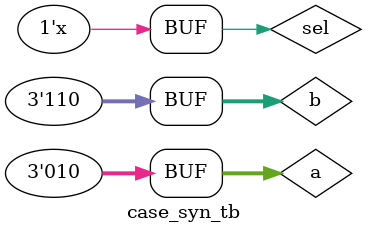
<source format=v>

module case_syn(c, a, b, sel);
output reg [2:0] c; 
input [2:0] a, b;
input sel;

always @(sel or a or b)
    case(sel)
        0: c <= a;
        default: c <= b;
    endcase
    
endmodule



//case_syn_tb.v
`timescale 1ns/1ns

module case_syn_tb;
wire [2:0] c;
reg [2:0] a, b;
reg sel;

case_syn case_syn_tb0(
    .a(a),
    .b(b),
    .c(c),
    .sel(sel)
);

initial begin
    sel = 0;
    a = 2;
    b = 6;
end

always #5 sel = ~sel;
endmodule
</source>
